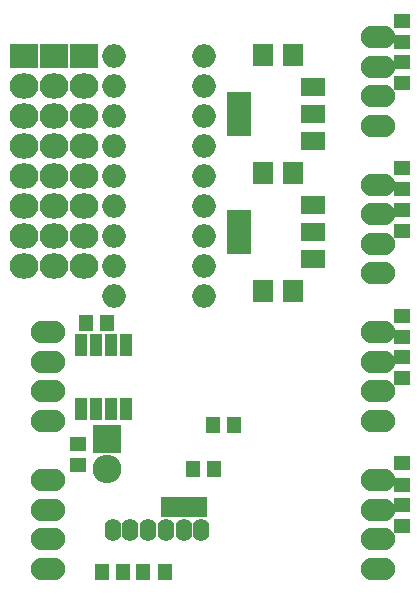
<source format=gbr>
G04 #@! TF.FileFunction,Soldermask,Bot*
%FSLAX46Y46*%
G04 Gerber Fmt 4.6, Leading zero omitted, Abs format (unit mm)*
G04 Created by KiCad (PCBNEW 4.0.4-stable) date 11/06/16 21:46:29*
%MOMM*%
%LPD*%
G01*
G04 APERTURE LIST*
%ADD10C,0.100000*%
%ADD11O,2.000000X2.000000*%
%ADD12O,2.900000X1.900000*%
%ADD13R,2.100000X1.600000*%
%ADD14R,2.100000X3.700000*%
%ADD15R,1.200000X1.400000*%
%ADD16R,1.000000X1.950000*%
%ADD17O,1.400000X1.924000*%
%ADD18R,2.432000X2.432000*%
%ADD19O,2.432000X2.432000*%
%ADD20R,1.400000X1.200000*%
%ADD21R,1.365200X1.670000*%
%ADD22R,2.432000X2.127200*%
%ADD23O,2.432000X2.127200*%
%ADD24R,1.700000X1.900000*%
G04 APERTURE END LIST*
D10*
D11*
X16764000Y-4064000D03*
X16764000Y-6604000D03*
X16764000Y-9144000D03*
X16764000Y-11684000D03*
X16764000Y-14224000D03*
X16764000Y-16764000D03*
X16764000Y-19304000D03*
X16764000Y-21844000D03*
X16764000Y-24384000D03*
X9144000Y-24384000D03*
X9144000Y-21844000D03*
X9144000Y-19304000D03*
X9144000Y-16764000D03*
X9144000Y-14224000D03*
X9144000Y-11684000D03*
X9144000Y-9144000D03*
X9144000Y-6604000D03*
X9144000Y-4064000D03*
D12*
X31500000Y-27500000D03*
X31500000Y-30000000D03*
X31500000Y-32500000D03*
X31500000Y-35000000D03*
X3500000Y-47500000D03*
X3500000Y-45000000D03*
X3500000Y-42500000D03*
X3500000Y-40000000D03*
D13*
X26000000Y-6700000D03*
X26000000Y-9000000D03*
X26000000Y-11300000D03*
D14*
X19700000Y-9000000D03*
D15*
X13400000Y-47750000D03*
X11600000Y-47750000D03*
X8100000Y-47750000D03*
X9900000Y-47750000D03*
X17600000Y-39100000D03*
X15800000Y-39100000D03*
D16*
X6345000Y-28550000D03*
X7615000Y-28550000D03*
X8885000Y-28550000D03*
X10155000Y-28550000D03*
X10155000Y-33950000D03*
X8885000Y-33950000D03*
X7615000Y-33950000D03*
X6345000Y-33950000D03*
D17*
X16500000Y-44250000D03*
X15000000Y-44250000D03*
X13500000Y-44250000D03*
X12000000Y-44250000D03*
X10500000Y-44250000D03*
X9000000Y-44250000D03*
D18*
X8500000Y-36500000D03*
D19*
X8500000Y-39040000D03*
D20*
X6096000Y-36946000D03*
X6096000Y-38746000D03*
D21*
X16270000Y-42250000D03*
X15000000Y-42250000D03*
X13730000Y-42250000D03*
D12*
X3500000Y-35000000D03*
X3500000Y-32500000D03*
X3500000Y-30000000D03*
X3500000Y-27500000D03*
D22*
X4064000Y-4064000D03*
D23*
X4064000Y-6604000D03*
X4064000Y-9144000D03*
X4064000Y-11684000D03*
X4064000Y-14224000D03*
X4064000Y-16764000D03*
X4064000Y-19304000D03*
X4064000Y-21844000D03*
D12*
X31500000Y-15000000D03*
X31500000Y-17500000D03*
X31500000Y-20000000D03*
X31500000Y-22500000D03*
X31500000Y-2500000D03*
X31500000Y-5000000D03*
X31500000Y-7500000D03*
X31500000Y-10000000D03*
X31500000Y-40000000D03*
X31500000Y-42500000D03*
X31500000Y-45000000D03*
X31500000Y-47500000D03*
D13*
X26000000Y-16700000D03*
X26000000Y-19000000D03*
X26000000Y-21300000D03*
D14*
X19700000Y-19000000D03*
D22*
X6604000Y-4064000D03*
D23*
X6604000Y-6604000D03*
X6604000Y-9144000D03*
X6604000Y-11684000D03*
X6604000Y-14224000D03*
X6604000Y-16764000D03*
X6604000Y-19304000D03*
X6604000Y-21844000D03*
D22*
X1524000Y-4064000D03*
D23*
X1524000Y-6604000D03*
X1524000Y-9144000D03*
X1524000Y-11684000D03*
X1524000Y-14224000D03*
X1524000Y-16764000D03*
X1524000Y-19304000D03*
X1524000Y-21844000D03*
D24*
X21750000Y-4000000D03*
X24250000Y-4000000D03*
X21750000Y-24000000D03*
X24250000Y-24000000D03*
X21750000Y-14000000D03*
X24250000Y-14000000D03*
D15*
X17500000Y-35300000D03*
X19300000Y-35300000D03*
X6720000Y-26670000D03*
X8520000Y-26670000D03*
D20*
X33500000Y-18900000D03*
X33500000Y-17100000D03*
X33500000Y-13600000D03*
X33500000Y-15400000D03*
X33500000Y-6400000D03*
X33500000Y-4600000D03*
X33500000Y-1100000D03*
X33500000Y-2900000D03*
X33500000Y-31400000D03*
X33500000Y-29600000D03*
X33500000Y-26100000D03*
X33500000Y-27900000D03*
X33500000Y-43900000D03*
X33500000Y-42100000D03*
X33500000Y-38600000D03*
X33500000Y-40400000D03*
M02*

</source>
